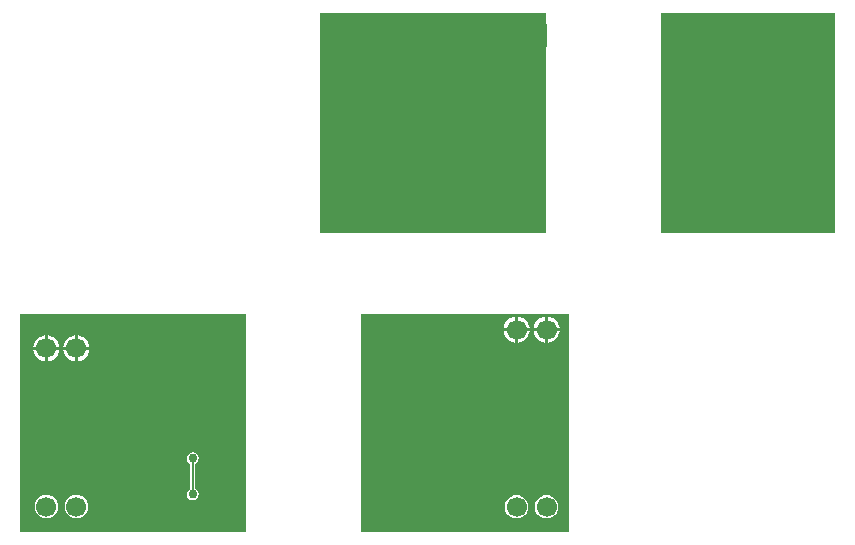
<source format=gbl>
G04*
<<<<<<< HEAD
G04 #@! TF.GenerationSoftware,Altium Limited,Altium Designer,22.2.1 (43)*
=======
G04 #@! TF.GenerationSoftware,Altium Limited,Altium Designer,20.2.6 (244)*
>>>>>>> 4e0b3683575d4fa8bc2fa5a38cc8482e5bfbb278
G04*
G04 Layer_Physical_Order=2*
G04 Layer_Color=16711680*
%FSLAX25Y25*%
%MOIN*%
G70*
G04*
<<<<<<< HEAD
G04 #@! TF.SameCoordinates,349ACB13-1475-4CFD-A425-034749F407B6*
=======
G04 #@! TF.SameCoordinates,39F16B55-C1F7-43D0-B861-395FF0F2765C*
>>>>>>> 4e0b3683575d4fa8bc2fa5a38cc8482e5bfbb278
G04*
G04*
G04 #@! TF.FilePolarity,Positive*
G04*
G01*
G75*
<<<<<<< HEAD
%ADD37C,0.00600*%
%ADD39C,0.06693*%
%ADD40C,0.02953*%
G36*
X76378Y1020D02*
X1020D01*
Y73784D01*
X76378D01*
Y1020D01*
D02*
G37*
G36*
X184020D02*
X114567D01*
Y73784D01*
X184020D01*
Y1020D01*
=======
%ADD36C,0.00600*%
%ADD39C,0.06693*%
%ADD40C,0.02953*%
G36*
X176378Y174000D02*
Y100803D01*
X100803Y100803D01*
Y174000D01*
X176378Y174000D01*
D02*
G37*
G36*
X272426Y174000D02*
X272426Y100803D01*
X214567Y100803D01*
Y174000D01*
X272426Y174000D01*
>>>>>>> 4e0b3683575d4fa8bc2fa5a38cc8482e5bfbb278
D02*
G37*
%LPC*%
G36*
<<<<<<< HEAD
X20121Y66536D02*
Y62605D01*
X24052D01*
X23955Y63339D01*
X23517Y64397D01*
X22820Y65305D01*
X21913Y66001D01*
X20855Y66439D01*
X20121Y66536D01*
D02*
G37*
G36*
X10120D02*
Y62605D01*
X14052D01*
X13955Y63339D01*
X13517Y64397D01*
X12820Y65305D01*
X11912Y66001D01*
X10855Y66439D01*
X10120Y66536D01*
D02*
G37*
G36*
X19320D02*
X18586Y66439D01*
X17528Y66001D01*
X16621Y65305D01*
X15924Y64397D01*
X15486Y63339D01*
X15389Y62605D01*
X19320D01*
Y66536D01*
D02*
G37*
G36*
X9320D02*
X8586Y66439D01*
X7529Y66001D01*
X6621Y65305D01*
X5924Y64397D01*
X5486Y63339D01*
X5389Y62605D01*
X9320D01*
Y66536D01*
D02*
G37*
G36*
X24052Y61805D02*
X20121D01*
Y57873D01*
X20855Y57970D01*
X21913Y58408D01*
X22820Y59105D01*
X23517Y60013D01*
X23955Y61070D01*
X24052Y61805D01*
D02*
G37*
G36*
X14052D02*
X10120D01*
Y57873D01*
X10855Y57970D01*
X11912Y58408D01*
X12820Y59105D01*
X13517Y60013D01*
X13955Y61070D01*
X14052Y61805D01*
D02*
G37*
G36*
X19320D02*
X15389D01*
X15486Y61070D01*
X15924Y60013D01*
X16621Y59105D01*
X17528Y58408D01*
X18586Y57970D01*
X19320Y57873D01*
Y61805D01*
D02*
G37*
G36*
X9320D02*
X5389D01*
X5486Y61070D01*
X5924Y60013D01*
X6621Y59105D01*
X7529Y58408D01*
X8586Y57970D01*
X9320Y57873D01*
Y61805D01*
D02*
G37*
G36*
X58500Y27566D02*
X57729Y27413D01*
X57075Y26976D01*
X56638Y26322D01*
X56485Y25551D01*
X56638Y24780D01*
X57075Y24126D01*
X57684Y23719D01*
Y15419D01*
X57075Y15011D01*
X56638Y14358D01*
X56485Y13587D01*
X56638Y12815D01*
X57075Y12162D01*
X57729Y11725D01*
X58500Y11571D01*
X59271Y11725D01*
X59925Y12162D01*
X60362Y12815D01*
X60515Y13587D01*
X60362Y14358D01*
X59925Y15011D01*
X59316Y15419D01*
Y23719D01*
X59925Y24126D01*
X60362Y24780D01*
X60515Y25551D01*
X60362Y26322D01*
X59925Y26976D01*
X59271Y27413D01*
X58500Y27566D01*
D02*
G37*
G36*
X19721Y13380D02*
X18716Y13247D01*
X17781Y12860D01*
X16977Y12243D01*
X16361Y11440D01*
X15973Y10504D01*
X15841Y9500D01*
X15973Y8496D01*
X16361Y7560D01*
X16977Y6757D01*
X17781Y6140D01*
X18716Y5753D01*
X19721Y5620D01*
X20725Y5753D01*
X21660Y6140D01*
X22464Y6757D01*
X23080Y7560D01*
X23468Y8496D01*
X23600Y9500D01*
X23468Y10504D01*
X23080Y11440D01*
X22464Y12243D01*
X21660Y12860D01*
X20725Y13247D01*
X19721Y13380D01*
D02*
G37*
G36*
X9720D02*
X8716Y13247D01*
X7781Y12860D01*
X6977Y12243D01*
X6361Y11440D01*
X5973Y10504D01*
X5841Y9500D01*
X5973Y8496D01*
X6361Y7560D01*
X6977Y6757D01*
X7781Y6140D01*
X8716Y5753D01*
X9720Y5620D01*
X10725Y5753D01*
X11660Y6140D01*
X12464Y6757D01*
X13080Y7560D01*
X13468Y8496D01*
X13600Y9500D01*
X13468Y10504D01*
X13080Y11440D01*
X12464Y12243D01*
X11660Y12860D01*
X10725Y13247D01*
X9720Y13380D01*
D02*
G37*
G36*
X166813Y72835D02*
Y68904D01*
X170745D01*
X170648Y69639D01*
X170210Y70696D01*
X169513Y71604D01*
X168605Y72301D01*
X167548Y72738D01*
X166813Y72835D01*
D02*
G37*
G36*
X176813D02*
Y68904D01*
X180745D01*
X180648Y69639D01*
X180210Y70696D01*
X179513Y71604D01*
X178605Y72301D01*
X177548Y72738D01*
X176813Y72835D01*
D02*
G37*
G36*
X166013D02*
X165279Y72738D01*
X164221Y72301D01*
X163313Y71604D01*
X162617Y70696D01*
X162179Y69639D01*
X162082Y68904D01*
X166013D01*
Y72835D01*
D02*
G37*
G36*
X176013D02*
X175279Y72738D01*
X174221Y72301D01*
X173313Y71604D01*
X172617Y70696D01*
X172179Y69639D01*
X172082Y68904D01*
X176013D01*
Y72835D01*
D02*
G37*
G36*
X180745Y68104D02*
X176813D01*
Y64173D01*
X177548Y64269D01*
X178605Y64707D01*
X179513Y65404D01*
X180210Y66312D01*
X180648Y67369D01*
X180745Y68104D01*
D02*
G37*
G36*
X170745D02*
X166813D01*
Y64173D01*
X167548Y64269D01*
X168605Y64707D01*
X169513Y65404D01*
X170210Y66312D01*
X170648Y67369D01*
X170745Y68104D01*
D02*
G37*
G36*
X176013D02*
X172082D01*
X172179Y67369D01*
X172617Y66312D01*
X173313Y65404D01*
X174221Y64707D01*
X175279Y64269D01*
X176013Y64173D01*
Y68104D01*
D02*
G37*
G36*
X166013D02*
X162082D01*
X162179Y67369D01*
X162617Y66312D01*
X163313Y65404D01*
X164221Y64707D01*
X165279Y64269D01*
X166013Y64173D01*
Y68104D01*
D02*
G37*
G36*
X176413Y13329D02*
X175409Y13196D01*
X174474Y12809D01*
X173670Y12192D01*
X173054Y11389D01*
X172666Y10453D01*
X172534Y9449D01*
X172666Y8445D01*
X173054Y7509D01*
X173670Y6706D01*
X174474Y6089D01*
X175409Y5701D01*
X176413Y5569D01*
X177418Y5701D01*
X178353Y6089D01*
X179157Y6706D01*
X179773Y7509D01*
X180161Y8445D01*
X180293Y9449D01*
X180161Y10453D01*
X179773Y11389D01*
X179157Y12192D01*
X178353Y12809D01*
X177418Y13196D01*
X176413Y13329D01*
D02*
G37*
G36*
X166413D02*
X165409Y13196D01*
X164474Y12809D01*
X163670Y12192D01*
X163054Y11389D01*
X162666Y10453D01*
X162534Y9449D01*
X162666Y8445D01*
X163054Y7509D01*
X163670Y6706D01*
X164474Y6089D01*
X165409Y5701D01*
X166413Y5569D01*
X167418Y5701D01*
X168353Y6089D01*
X169157Y6706D01*
X169773Y7509D01*
X170161Y8445D01*
X170293Y9449D01*
X170161Y10453D01*
X169773Y11389D01*
X169157Y12192D01*
X168353Y12809D01*
X167418Y13196D01*
X166413Y13329D01*
D02*
G37*
%LPD*%
D37*
X58500Y13587D02*
Y25551D01*
D39*
X176413Y68504D02*
D03*
X166413D02*
D03*
X176413Y9449D02*
D03*
X166413D02*
D03*
X19721Y9500D02*
D03*
X9720D02*
D03*
Y62205D02*
D03*
X19721D02*
D03*
D40*
X161024Y48968D02*
D03*
X153969D02*
D03*
X17563Y47000D02*
D03*
X10630Y27000D02*
D03*
X48020Y14961D02*
D03*
X58500Y13587D02*
D03*
Y25551D02*
D03*
X51760Y31500D02*
D03*
X146787Y49000D02*
=======
X127601Y166142D02*
Y162211D01*
X131532D01*
X131435Y162946D01*
X130997Y164003D01*
X130301Y164911D01*
X129393Y165608D01*
X128335Y166046D01*
X127601Y166142D01*
D02*
G37*
G36*
X117601D02*
Y162211D01*
X121532D01*
X121435Y162946D01*
X120997Y164003D01*
X120301Y164911D01*
X119393Y165608D01*
X118335Y166046D01*
X117601Y166142D01*
D02*
G37*
G36*
X126801D02*
X126066Y166046D01*
X125009Y165608D01*
X124101Y164911D01*
X123404Y164003D01*
X122966Y162946D01*
X122870Y162211D01*
X126801D01*
Y166142D01*
D02*
G37*
G36*
X116801D02*
X116066Y166046D01*
X115009Y165608D01*
X114101Y164911D01*
X113404Y164003D01*
X112966Y162946D01*
X112870Y162211D01*
X116801D01*
Y166142D01*
D02*
G37*
G36*
X131532Y161411D02*
X127601D01*
Y157480D01*
X128335Y157576D01*
X129393Y158014D01*
X130301Y158711D01*
X130997Y159619D01*
X131435Y160676D01*
X131532Y161411D01*
D02*
G37*
G36*
X121532D02*
X117601D01*
Y157480D01*
X118335Y157576D01*
X119393Y158014D01*
X120301Y158711D01*
X120997Y159619D01*
X121435Y160676D01*
X121532Y161411D01*
D02*
G37*
G36*
X126801D02*
X122870D01*
X122966Y160676D01*
X123404Y159619D01*
X124101Y158711D01*
X125009Y158014D01*
X126066Y157576D01*
X126801Y157480D01*
Y161411D01*
D02*
G37*
G36*
X116801D02*
X112870D01*
X112966Y160676D01*
X113404Y159619D01*
X114101Y158711D01*
X115009Y158014D01*
X116066Y157576D01*
X116801Y157480D01*
Y161411D01*
D02*
G37*
G36*
X158500Y127566D02*
X157729Y127413D01*
X157075Y126976D01*
X156638Y126322D01*
X156485Y125551D01*
X156638Y124780D01*
X157075Y124126D01*
X157684Y123719D01*
Y115419D01*
X157075Y115012D01*
X156638Y114358D01*
X156485Y113587D01*
X156638Y112815D01*
X157075Y112162D01*
X157729Y111725D01*
X158500Y111572D01*
X159271Y111725D01*
X159925Y112162D01*
X160362Y112815D01*
X160515Y113587D01*
X160362Y114358D01*
X159925Y115012D01*
X159316Y115419D01*
Y123719D01*
X159925Y124126D01*
X160362Y124780D01*
X160515Y125551D01*
X160362Y126322D01*
X159925Y126976D01*
X159271Y127413D01*
X158500Y127566D01*
D02*
G37*
G36*
X127201Y113380D02*
X126197Y113247D01*
X125261Y112860D01*
X124458Y112243D01*
X123841Y111440D01*
X123453Y110504D01*
X123321Y109500D01*
X123453Y108496D01*
X123841Y107560D01*
X124458Y106757D01*
X125261Y106140D01*
X126197Y105753D01*
X127201Y105620D01*
X128205Y105753D01*
X129141Y106140D01*
X129944Y106757D01*
X130561Y107560D01*
X130948Y108496D01*
X131080Y109500D01*
X130948Y110504D01*
X130561Y111440D01*
X129944Y112243D01*
X129141Y112860D01*
X128205Y113247D01*
X127201Y113380D01*
D02*
G37*
G36*
X117201D02*
X116197Y113247D01*
X115261Y112860D01*
X114457Y112243D01*
X113841Y111440D01*
X113453Y110504D01*
X113321Y109500D01*
X113453Y108496D01*
X113841Y107560D01*
X114457Y106757D01*
X115261Y106140D01*
X116197Y105753D01*
X117201Y105620D01*
X118205Y105753D01*
X119141Y106140D01*
X119944Y106757D01*
X120561Y107560D01*
X120948Y108496D01*
X121080Y109500D01*
X120948Y110504D01*
X120561Y111440D01*
X119944Y112243D01*
X119141Y112860D01*
X118205Y113247D01*
X117201Y113380D01*
D02*
G37*
G36*
X255002Y172835D02*
Y168904D01*
X258934D01*
X258837Y169639D01*
X258399Y170696D01*
X257702Y171604D01*
X256794Y172301D01*
X255737Y172739D01*
X255002Y172835D01*
D02*
G37*
G36*
X265002D02*
Y168904D01*
X268934D01*
X268837Y169639D01*
X268399Y170696D01*
X267702Y171604D01*
X266794Y172301D01*
X265737Y172739D01*
X265002Y172835D01*
D02*
G37*
G36*
X254202D02*
X253468Y172739D01*
X252410Y172301D01*
X251502Y171604D01*
X250806Y170696D01*
X250368Y169639D01*
X250271Y168904D01*
X254202D01*
Y172835D01*
D02*
G37*
G36*
X264202D02*
X263468Y172739D01*
X262410Y172301D01*
X261502Y171604D01*
X260806Y170696D01*
X260368Y169639D01*
X260271Y168904D01*
X264202D01*
Y172835D01*
D02*
G37*
G36*
X268934Y168104D02*
X265002D01*
Y164173D01*
X265737Y164269D01*
X266794Y164707D01*
X267702Y165404D01*
X268399Y166312D01*
X268837Y167369D01*
X268934Y168104D01*
D02*
G37*
G36*
X258934D02*
X255002D01*
Y164173D01*
X255737Y164269D01*
X256794Y164707D01*
X257702Y165404D01*
X258399Y166312D01*
X258837Y167369D01*
X258934Y168104D01*
D02*
G37*
G36*
X264202D02*
X260271D01*
X260368Y167369D01*
X260806Y166312D01*
X261502Y165404D01*
X262410Y164707D01*
X263468Y164269D01*
X264202Y164173D01*
Y168104D01*
D02*
G37*
G36*
X254202D02*
X250271D01*
X250368Y167369D01*
X250806Y166312D01*
X251502Y165404D01*
X252410Y164707D01*
X253468Y164269D01*
X254202Y164173D01*
Y168104D01*
D02*
G37*
G36*
X264602Y113329D02*
X263598Y113196D01*
X262663Y112809D01*
X261859Y112192D01*
X261243Y111389D01*
X260855Y110453D01*
X260723Y109449D01*
X260855Y108445D01*
X261243Y107509D01*
X261859Y106705D01*
X262663Y106089D01*
X263598Y105701D01*
X264602Y105569D01*
X265606Y105701D01*
X266542Y106089D01*
X267346Y106705D01*
X267962Y107509D01*
X268350Y108445D01*
X268482Y109449D01*
X268350Y110453D01*
X267962Y111389D01*
X267346Y112192D01*
X266542Y112809D01*
X265606Y113196D01*
X264602Y113329D01*
D02*
G37*
G36*
X254602D02*
X253598Y113196D01*
X252662Y112809D01*
X251859Y112192D01*
X251242Y111389D01*
X250855Y110453D01*
X250723Y109449D01*
X250855Y108445D01*
X251242Y107509D01*
X251859Y106705D01*
X252662Y106089D01*
X253598Y105701D01*
X254602Y105569D01*
X255607Y105701D01*
X256542Y106089D01*
X257346Y106705D01*
X257962Y107509D01*
X258350Y108445D01*
X258482Y109449D01*
X258350Y110453D01*
X257962Y111389D01*
X257346Y112192D01*
X256542Y112809D01*
X255607Y113196D01*
X254602Y113329D01*
D02*
G37*
%LPD*%
D36*
X158500Y113587D02*
Y125551D01*
D39*
X264602Y168504D02*
D03*
X254602D02*
D03*
X127201Y109500D02*
D03*
X117201D02*
D03*
Y161811D02*
D03*
X127201D02*
D03*
X254602Y109449D02*
D03*
X264602D02*
D03*
D40*
X120866Y135827D02*
D03*
X148020Y114961D02*
D03*
X158500Y113587D02*
D03*
Y125551D02*
D03*
X121500Y147000D02*
D03*
X151760Y131500D02*
D03*
X252000Y149000D02*
D03*
X246000D02*
>>>>>>> 4e0b3683575d4fa8bc2fa5a38cc8482e5bfbb278
D03*
M02*

</source>
